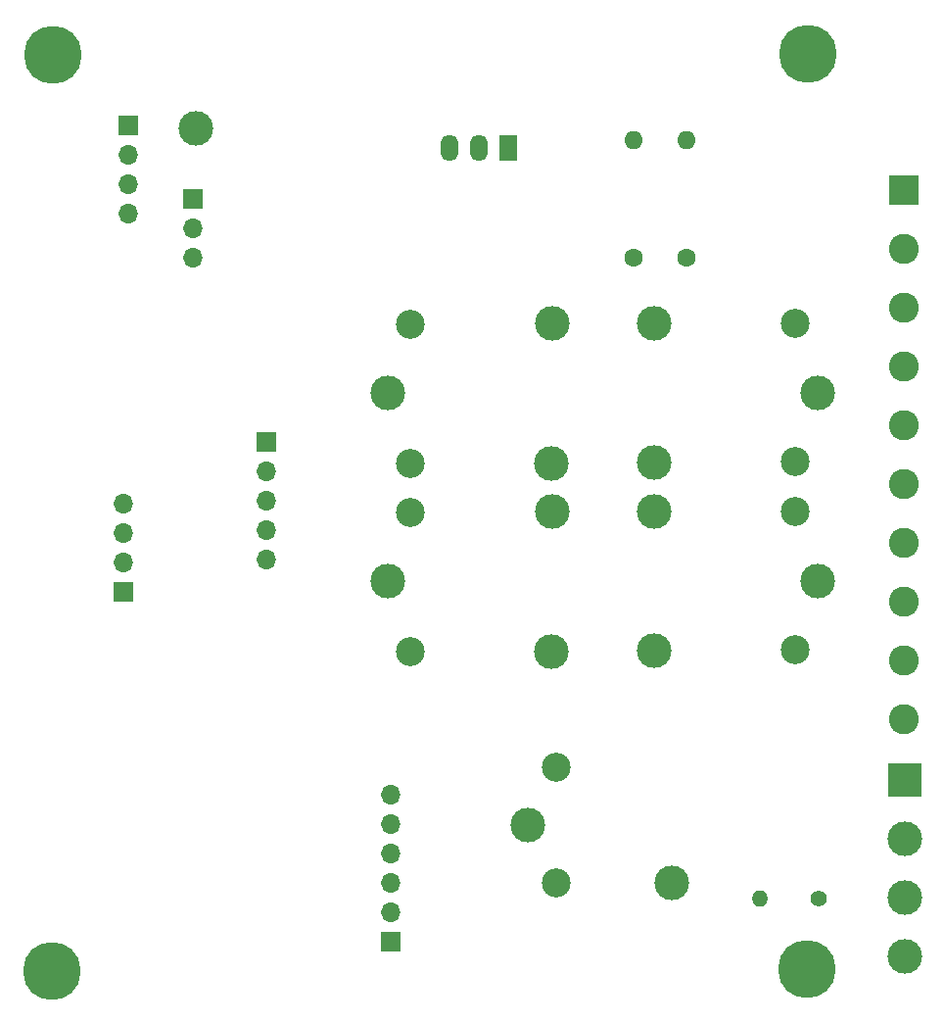
<source format=gbr>
%TF.GenerationSoftware,KiCad,Pcbnew,6.0.4-6f826c9f35~116~ubuntu22.04.1*%
%TF.CreationDate,2022-04-22T21:12:33+02:00*%
%TF.ProjectId,BRAMA,4252414d-412e-46b6-9963-61645f706362,rev?*%
%TF.SameCoordinates,Original*%
%TF.FileFunction,Soldermask,Bot*%
%TF.FilePolarity,Negative*%
%FSLAX46Y46*%
G04 Gerber Fmt 4.6, Leading zero omitted, Abs format (unit mm)*
G04 Created by KiCad (PCBNEW 6.0.4-6f826c9f35~116~ubuntu22.04.1) date 2022-04-22 21:12:33*
%MOMM*%
%LPD*%
G01*
G04 APERTURE LIST*
%ADD10C,5.000000*%
%ADD11R,2.600000X2.600000*%
%ADD12C,2.600000*%
%ADD13R,1.700000X1.700000*%
%ADD14O,1.700000X1.700000*%
%ADD15C,3.000000*%
%ADD16C,2.500000*%
%ADD17C,1.600000*%
%ADD18O,1.600000X1.600000*%
%ADD19R,3.000000X3.000000*%
%ADD20C,1.400000*%
%ADD21O,1.400000X1.400000*%
%ADD22R,1.500000X2.300000*%
%ADD23O,1.500000X2.300000*%
G04 APERTURE END LIST*
D10*
%TO.C,pad_3mm*%
X214503000Y-50292000D03*
%TD*%
%TO.C,pad_3mm*%
X214376000Y-129413000D03*
%TD*%
%TO.C,pad_3mm*%
X149098000Y-129540000D03*
%TD*%
%TO.C,pad_3mm*%
X149225000Y-50419000D03*
%TD*%
D11*
%TO.C,J1*%
X222834000Y-62103000D03*
D12*
X222834000Y-67183000D03*
X222834000Y-72263000D03*
X222834000Y-77343000D03*
X222834000Y-82423000D03*
X222834000Y-87503000D03*
X222834000Y-92583000D03*
X222834000Y-97663000D03*
X222834000Y-102743000D03*
X222834000Y-107823000D03*
%TD*%
D13*
%TO.C,J3*%
X155702000Y-56515000D03*
D14*
X155702000Y-59055000D03*
X155702000Y-61595000D03*
X155702000Y-64135000D03*
%TD*%
D15*
%TO.C,K5*%
X215383000Y-95885000D03*
D16*
X213433000Y-89835000D03*
D15*
X201233000Y-89835000D03*
X201183000Y-101885000D03*
D16*
X213433000Y-101835000D03*
%TD*%
D17*
%TO.C,F4*%
X203962000Y-67945000D03*
D18*
X203962000Y-57785000D03*
%TD*%
D17*
%TO.C,F3*%
X199390000Y-67945000D03*
D18*
X199390000Y-57785000D03*
%TD*%
D15*
%TO.C,K4*%
X178190000Y-95885000D03*
D16*
X180140000Y-101935000D03*
D15*
X192340000Y-101935000D03*
X192390000Y-89885000D03*
D16*
X180140000Y-89935000D03*
%TD*%
D19*
%TO.C,J4*%
X222885000Y-113030000D03*
D15*
X222885000Y-118110000D03*
X222885000Y-123190000D03*
X222885000Y-128270000D03*
%TD*%
D20*
%TO.C,F1*%
X215392000Y-123317000D03*
D21*
X210312000Y-123317000D03*
%TD*%
D13*
%TO.C,J2*%
X155321000Y-96774000D03*
D14*
X155321000Y-94234000D03*
X155321000Y-91694000D03*
X155321000Y-89154000D03*
%TD*%
D13*
%TO.C,J7*%
X167640000Y-83820000D03*
D14*
X167640000Y-86360000D03*
X167640000Y-88900000D03*
X167640000Y-91440000D03*
X167640000Y-93980000D03*
%TD*%
D15*
%TO.C,K1*%
X190250000Y-116940000D03*
D16*
X192750000Y-121940000D03*
D15*
X202750000Y-121940000D03*
D16*
X192750000Y-111940000D03*
%TD*%
D15*
%TO.C,J11*%
X161544000Y-56769000D03*
%TD*%
%TO.C,K2*%
X215383000Y-79629000D03*
D16*
X213433000Y-73579000D03*
D15*
X201233000Y-73579000D03*
X201183000Y-85629000D03*
D16*
X213433000Y-85579000D03*
%TD*%
D13*
%TO.C,J6*%
X178435000Y-127000000D03*
D14*
X178435000Y-124460000D03*
X178435000Y-121920000D03*
X178435000Y-119380000D03*
X178435000Y-116840000D03*
X178435000Y-114300000D03*
%TD*%
D22*
%TO.C,U3*%
X188595000Y-58420000D03*
D23*
X186055000Y-58420000D03*
X183515000Y-58420000D03*
%TD*%
D15*
%TO.C,K3*%
X178190000Y-79629000D03*
D16*
X180140000Y-85679000D03*
D15*
X192340000Y-85679000D03*
X192390000Y-73629000D03*
D16*
X180140000Y-73679000D03*
%TD*%
D13*
%TO.C,J5*%
X161290000Y-62865000D03*
D14*
X161290000Y-65405000D03*
X161290000Y-67945000D03*
%TD*%
M02*

</source>
